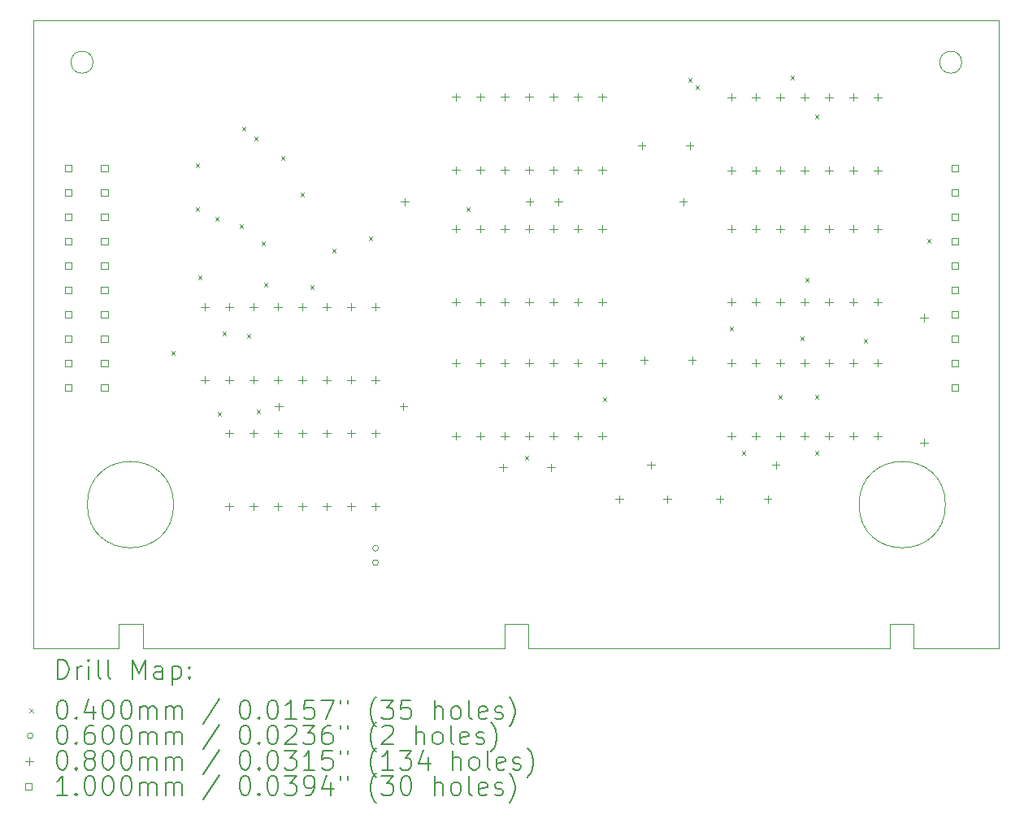
<source format=gbr>
%TF.GenerationSoftware,KiCad,Pcbnew,(6.0.7-1)-1*%
%TF.CreationDate,2022-10-12T18:16:15+11:00*%
%TF.ProjectId,CAT emulator B,43415420-656d-4756-9c61-746f7220422e,rev?*%
%TF.SameCoordinates,Original*%
%TF.FileFunction,Drillmap*%
%TF.FilePolarity,Positive*%
%FSLAX45Y45*%
G04 Gerber Fmt 4.5, Leading zero omitted, Abs format (unit mm)*
G04 Created by KiCad (PCBNEW (6.0.7-1)-1) date 2022-10-12 18:16:15*
%MOMM*%
%LPD*%
G01*
G04 APERTURE LIST*
%ADD10C,0.100000*%
%ADD11C,0.200000*%
%ADD12C,0.040000*%
%ADD13C,0.060000*%
%ADD14C,0.080000*%
G04 APERTURE END LIST*
D10*
X20997600Y-13038000D02*
X20997600Y-12778000D01*
X16462600Y-6928000D02*
G75*
G03*
X16462600Y-6928000I-115000J0D01*
G01*
X20997600Y-12778000D02*
X20747600Y-12778000D01*
X25342600Y-11538000D02*
G75*
G03*
X25342600Y-11538000I-450000J0D01*
G01*
X16732600Y-12778000D02*
X16732600Y-13038000D01*
X25012600Y-12778000D02*
X24762600Y-12778000D01*
X16982600Y-13038000D02*
X16982600Y-12778000D01*
X16982600Y-13038000D02*
X20747600Y-13038000D01*
X20747600Y-12778000D02*
X20747600Y-13038000D01*
X17302600Y-11538000D02*
G75*
G03*
X17302600Y-11538000I-450000J0D01*
G01*
X25012600Y-13038000D02*
X25012600Y-12778000D01*
X16982600Y-12778000D02*
X16732600Y-12778000D01*
X20997600Y-13038000D02*
X24762600Y-13038000D01*
X25902600Y-6488000D02*
X15842600Y-6488000D01*
X15842600Y-6488000D02*
X15842600Y-13038000D01*
X25902600Y-13038000D02*
X25902600Y-6488000D01*
X25512600Y-6928000D02*
G75*
G03*
X25512600Y-6928000I-115000J0D01*
G01*
X24762600Y-12778000D02*
X24762600Y-13038000D01*
X25012600Y-13038000D02*
X25902600Y-13038000D01*
X15842600Y-13038000D02*
X16732600Y-13038000D01*
D11*
D12*
X17277400Y-9936800D02*
X17317400Y-9976800D01*
X17317400Y-9936800D02*
X17277400Y-9976800D01*
X17531400Y-7981000D02*
X17571400Y-8021000D01*
X17571400Y-7981000D02*
X17531400Y-8021000D01*
X17531400Y-8438200D02*
X17571400Y-8478200D01*
X17571400Y-8438200D02*
X17531400Y-8478200D01*
X17556800Y-9149400D02*
X17596800Y-9189400D01*
X17596800Y-9149400D02*
X17556800Y-9189400D01*
X17734600Y-8539800D02*
X17774600Y-8579800D01*
X17774600Y-8539800D02*
X17734600Y-8579800D01*
X17760000Y-10571800D02*
X17800000Y-10611800D01*
X17800000Y-10571800D02*
X17760000Y-10611800D01*
X17810800Y-9733600D02*
X17850800Y-9773600D01*
X17850800Y-9733600D02*
X17810800Y-9773600D01*
X17988600Y-8616000D02*
X18028600Y-8656000D01*
X18028600Y-8616000D02*
X17988600Y-8656000D01*
X18014000Y-7600000D02*
X18054000Y-7640000D01*
X18054000Y-7600000D02*
X18014000Y-7640000D01*
X18064800Y-9759000D02*
X18104800Y-9799000D01*
X18104800Y-9759000D02*
X18064800Y-9799000D01*
X18141000Y-7701600D02*
X18181000Y-7741600D01*
X18181000Y-7701600D02*
X18141000Y-7741600D01*
X18166400Y-10546400D02*
X18206400Y-10586400D01*
X18206400Y-10546400D02*
X18166400Y-10586400D01*
X18217200Y-8793800D02*
X18257200Y-8833800D01*
X18257200Y-8793800D02*
X18217200Y-8833800D01*
X18242600Y-9225600D02*
X18282600Y-9265600D01*
X18282600Y-9225600D02*
X18242600Y-9265600D01*
X18420400Y-7904800D02*
X18460400Y-7944800D01*
X18460400Y-7904800D02*
X18420400Y-7944800D01*
X18623600Y-8285800D02*
X18663600Y-8325800D01*
X18663600Y-8285800D02*
X18623600Y-8325800D01*
X18725200Y-9251000D02*
X18765200Y-9291000D01*
X18765200Y-9251000D02*
X18725200Y-9291000D01*
X18953800Y-8870000D02*
X18993800Y-8910000D01*
X18993800Y-8870000D02*
X18953800Y-8910000D01*
X19334800Y-8743000D02*
X19374800Y-8783000D01*
X19374800Y-8743000D02*
X19334800Y-8783000D01*
X20350800Y-8438200D02*
X20390800Y-8478200D01*
X20390800Y-8438200D02*
X20350800Y-8478200D01*
X20960400Y-11029000D02*
X21000400Y-11069000D01*
X21000400Y-11029000D02*
X20960400Y-11069000D01*
X21773200Y-10419400D02*
X21813200Y-10459400D01*
X21813200Y-10419400D02*
X21773200Y-10459400D01*
X22662200Y-7092000D02*
X22702200Y-7132000D01*
X22702200Y-7092000D02*
X22662200Y-7132000D01*
X22738400Y-7168200D02*
X22778400Y-7208200D01*
X22778400Y-7168200D02*
X22738400Y-7208200D01*
X23094000Y-9682800D02*
X23134000Y-9722800D01*
X23134000Y-9682800D02*
X23094000Y-9722800D01*
X23221000Y-10978200D02*
X23261000Y-11018200D01*
X23261000Y-10978200D02*
X23221000Y-11018200D01*
X23602000Y-10394000D02*
X23642000Y-10434000D01*
X23642000Y-10394000D02*
X23602000Y-10434000D01*
X23729000Y-7066600D02*
X23769000Y-7106600D01*
X23769000Y-7066600D02*
X23729000Y-7106600D01*
X23830600Y-9784400D02*
X23870600Y-9824400D01*
X23870600Y-9784400D02*
X23830600Y-9824400D01*
X23881400Y-9174800D02*
X23921400Y-9214800D01*
X23921400Y-9174800D02*
X23881400Y-9214800D01*
X23983000Y-7473000D02*
X24023000Y-7513000D01*
X24023000Y-7473000D02*
X23983000Y-7513000D01*
X23983000Y-10394000D02*
X24023000Y-10434000D01*
X24023000Y-10394000D02*
X23983000Y-10434000D01*
X23983000Y-10978200D02*
X24023000Y-11018200D01*
X24023000Y-10978200D02*
X23983000Y-11018200D01*
X24491000Y-9809800D02*
X24531000Y-9849800D01*
X24531000Y-9809800D02*
X24491000Y-9849800D01*
X25151400Y-8768400D02*
X25191400Y-8808400D01*
X25191400Y-8768400D02*
X25151400Y-8808400D01*
D13*
X19435600Y-11992740D02*
G75*
G03*
X19435600Y-11992740I-30000J0D01*
G01*
X19435600Y-12142740D02*
G75*
G03*
X19435600Y-12142740I-30000J0D01*
G01*
D14*
X17626100Y-9435700D02*
X17626100Y-9515700D01*
X17586100Y-9475700D02*
X17666100Y-9475700D01*
X17626100Y-10197700D02*
X17626100Y-10277700D01*
X17586100Y-10237700D02*
X17666100Y-10237700D01*
X17880100Y-9435700D02*
X17880100Y-9515700D01*
X17840100Y-9475700D02*
X17920100Y-9475700D01*
X17880100Y-10197700D02*
X17880100Y-10277700D01*
X17840100Y-10237700D02*
X17920100Y-10237700D01*
X17881600Y-10755000D02*
X17881600Y-10835000D01*
X17841600Y-10795000D02*
X17921600Y-10795000D01*
X17881600Y-11517000D02*
X17881600Y-11597000D01*
X17841600Y-11557000D02*
X17921600Y-11557000D01*
X18134100Y-9435700D02*
X18134100Y-9515700D01*
X18094100Y-9475700D02*
X18174100Y-9475700D01*
X18134100Y-10197700D02*
X18134100Y-10277700D01*
X18094100Y-10237700D02*
X18174100Y-10237700D01*
X18135600Y-10755000D02*
X18135600Y-10835000D01*
X18095600Y-10795000D02*
X18175600Y-10795000D01*
X18135600Y-11517000D02*
X18135600Y-11597000D01*
X18095600Y-11557000D02*
X18175600Y-11557000D01*
X18388100Y-9435700D02*
X18388100Y-9515700D01*
X18348100Y-9475700D02*
X18428100Y-9475700D01*
X18388100Y-10197700D02*
X18388100Y-10277700D01*
X18348100Y-10237700D02*
X18428100Y-10237700D01*
X18389600Y-10755000D02*
X18389600Y-10835000D01*
X18349600Y-10795000D02*
X18429600Y-10795000D01*
X18389600Y-11517000D02*
X18389600Y-11597000D01*
X18349600Y-11557000D02*
X18429600Y-11557000D01*
X18396000Y-10475600D02*
X18396000Y-10555600D01*
X18356000Y-10515600D02*
X18436000Y-10515600D01*
X18642100Y-9435700D02*
X18642100Y-9515700D01*
X18602100Y-9475700D02*
X18682100Y-9475700D01*
X18642100Y-10197700D02*
X18642100Y-10277700D01*
X18602100Y-10237700D02*
X18682100Y-10237700D01*
X18643600Y-10755000D02*
X18643600Y-10835000D01*
X18603600Y-10795000D02*
X18683600Y-10795000D01*
X18643600Y-11517000D02*
X18643600Y-11597000D01*
X18603600Y-11557000D02*
X18683600Y-11557000D01*
X18896100Y-9435700D02*
X18896100Y-9515700D01*
X18856100Y-9475700D02*
X18936100Y-9475700D01*
X18896100Y-10197700D02*
X18896100Y-10277700D01*
X18856100Y-10237700D02*
X18936100Y-10237700D01*
X18897600Y-10755000D02*
X18897600Y-10835000D01*
X18857600Y-10795000D02*
X18937600Y-10795000D01*
X18897600Y-11517000D02*
X18897600Y-11597000D01*
X18857600Y-11557000D02*
X18937600Y-11557000D01*
X19150100Y-9435700D02*
X19150100Y-9515700D01*
X19110100Y-9475700D02*
X19190100Y-9475700D01*
X19150100Y-10197700D02*
X19150100Y-10277700D01*
X19110100Y-10237700D02*
X19190100Y-10237700D01*
X19151600Y-10755000D02*
X19151600Y-10835000D01*
X19111600Y-10795000D02*
X19191600Y-10795000D01*
X19151600Y-11517000D02*
X19151600Y-11597000D01*
X19111600Y-11557000D02*
X19191600Y-11557000D01*
X19404100Y-9435700D02*
X19404100Y-9515700D01*
X19364100Y-9475700D02*
X19444100Y-9475700D01*
X19404100Y-10197700D02*
X19404100Y-10277700D01*
X19364100Y-10237700D02*
X19444100Y-10237700D01*
X19405600Y-10755000D02*
X19405600Y-10835000D01*
X19365600Y-10795000D02*
X19445600Y-10795000D01*
X19405600Y-11517000D02*
X19405600Y-11597000D01*
X19365600Y-11557000D02*
X19445600Y-11557000D01*
X19696000Y-10475600D02*
X19696000Y-10555600D01*
X19656000Y-10515600D02*
X19736000Y-10515600D01*
X19710400Y-8342000D02*
X19710400Y-8422000D01*
X19670400Y-8382000D02*
X19750400Y-8382000D01*
X20243800Y-7249800D02*
X20243800Y-7329800D01*
X20203800Y-7289800D02*
X20283800Y-7289800D01*
X20243800Y-8011800D02*
X20243800Y-8091800D01*
X20203800Y-8051800D02*
X20283800Y-8051800D01*
X20244300Y-8622900D02*
X20244300Y-8702900D01*
X20204300Y-8662900D02*
X20284300Y-8662900D01*
X20244300Y-9384900D02*
X20244300Y-9464900D01*
X20204300Y-9424900D02*
X20284300Y-9424900D01*
X20244300Y-10019900D02*
X20244300Y-10099900D01*
X20204300Y-10059900D02*
X20284300Y-10059900D01*
X20244300Y-10781900D02*
X20244300Y-10861900D01*
X20204300Y-10821900D02*
X20284300Y-10821900D01*
X20497800Y-7249800D02*
X20497800Y-7329800D01*
X20457800Y-7289800D02*
X20537800Y-7289800D01*
X20497800Y-8011800D02*
X20497800Y-8091800D01*
X20457800Y-8051800D02*
X20537800Y-8051800D01*
X20498300Y-8622900D02*
X20498300Y-8702900D01*
X20458300Y-8662900D02*
X20538300Y-8662900D01*
X20498300Y-9384900D02*
X20498300Y-9464900D01*
X20458300Y-9424900D02*
X20538300Y-9424900D01*
X20498300Y-10019900D02*
X20498300Y-10099900D01*
X20458300Y-10059900D02*
X20538300Y-10059900D01*
X20498300Y-10781900D02*
X20498300Y-10861900D01*
X20458300Y-10821900D02*
X20538300Y-10821900D01*
X20734400Y-11110600D02*
X20734400Y-11190600D01*
X20694400Y-11150600D02*
X20774400Y-11150600D01*
X20751800Y-7249800D02*
X20751800Y-7329800D01*
X20711800Y-7289800D02*
X20791800Y-7289800D01*
X20751800Y-8011800D02*
X20751800Y-8091800D01*
X20711800Y-8051800D02*
X20791800Y-8051800D01*
X20752300Y-8622900D02*
X20752300Y-8702900D01*
X20712300Y-8662900D02*
X20792300Y-8662900D01*
X20752300Y-9384900D02*
X20752300Y-9464900D01*
X20712300Y-9424900D02*
X20792300Y-9424900D01*
X20752300Y-10019900D02*
X20752300Y-10099900D01*
X20712300Y-10059900D02*
X20792300Y-10059900D01*
X20752300Y-10781900D02*
X20752300Y-10861900D01*
X20712300Y-10821900D02*
X20792300Y-10821900D01*
X21005800Y-7249800D02*
X21005800Y-7329800D01*
X20965800Y-7289800D02*
X21045800Y-7289800D01*
X21005800Y-8011800D02*
X21005800Y-8091800D01*
X20965800Y-8051800D02*
X21045800Y-8051800D01*
X21006300Y-8622900D02*
X21006300Y-8702900D01*
X20966300Y-8662900D02*
X21046300Y-8662900D01*
X21006300Y-9384900D02*
X21006300Y-9464900D01*
X20966300Y-9424900D02*
X21046300Y-9424900D01*
X21006300Y-10019900D02*
X21006300Y-10099900D01*
X20966300Y-10059900D02*
X21046300Y-10059900D01*
X21006300Y-10781900D02*
X21006300Y-10861900D01*
X20966300Y-10821900D02*
X21046300Y-10821900D01*
X21010400Y-8342000D02*
X21010400Y-8422000D01*
X20970400Y-8382000D02*
X21050400Y-8382000D01*
X21234400Y-11110600D02*
X21234400Y-11190600D01*
X21194400Y-11150600D02*
X21274400Y-11150600D01*
X21259800Y-7249800D02*
X21259800Y-7329800D01*
X21219800Y-7289800D02*
X21299800Y-7289800D01*
X21259800Y-8011800D02*
X21259800Y-8091800D01*
X21219800Y-8051800D02*
X21299800Y-8051800D01*
X21260300Y-8622900D02*
X21260300Y-8702900D01*
X21220300Y-8662900D02*
X21300300Y-8662900D01*
X21260300Y-9384900D02*
X21260300Y-9464900D01*
X21220300Y-9424900D02*
X21300300Y-9424900D01*
X21260300Y-10019900D02*
X21260300Y-10099900D01*
X21220300Y-10059900D02*
X21300300Y-10059900D01*
X21260300Y-10781900D02*
X21260300Y-10861900D01*
X21220300Y-10821900D02*
X21300300Y-10821900D01*
X21310600Y-8342000D02*
X21310600Y-8422000D01*
X21270600Y-8382000D02*
X21350600Y-8382000D01*
X21513800Y-7249800D02*
X21513800Y-7329800D01*
X21473800Y-7289800D02*
X21553800Y-7289800D01*
X21513800Y-8011800D02*
X21513800Y-8091800D01*
X21473800Y-8051800D02*
X21553800Y-8051800D01*
X21514300Y-8622900D02*
X21514300Y-8702900D01*
X21474300Y-8662900D02*
X21554300Y-8662900D01*
X21514300Y-9384900D02*
X21514300Y-9464900D01*
X21474300Y-9424900D02*
X21554300Y-9424900D01*
X21514300Y-10019900D02*
X21514300Y-10099900D01*
X21474300Y-10059900D02*
X21554300Y-10059900D01*
X21514300Y-10781900D02*
X21514300Y-10861900D01*
X21474300Y-10821900D02*
X21554300Y-10821900D01*
X21767800Y-7249800D02*
X21767800Y-7329800D01*
X21727800Y-7289800D02*
X21807800Y-7289800D01*
X21767800Y-8011800D02*
X21767800Y-8091800D01*
X21727800Y-8051800D02*
X21807800Y-8051800D01*
X21768300Y-8622900D02*
X21768300Y-8702900D01*
X21728300Y-8662900D02*
X21808300Y-8662900D01*
X21768300Y-9384900D02*
X21768300Y-9464900D01*
X21728300Y-9424900D02*
X21808300Y-9424900D01*
X21768300Y-10019900D02*
X21768300Y-10099900D01*
X21728300Y-10059900D02*
X21808300Y-10059900D01*
X21768300Y-10781900D02*
X21768300Y-10861900D01*
X21728300Y-10821900D02*
X21808300Y-10821900D01*
X21945600Y-11440800D02*
X21945600Y-11520800D01*
X21905600Y-11480800D02*
X21985600Y-11480800D01*
X22178200Y-7757800D02*
X22178200Y-7837800D01*
X22138200Y-7797800D02*
X22218200Y-7797800D01*
X22203600Y-9993000D02*
X22203600Y-10073000D01*
X22163600Y-10033000D02*
X22243600Y-10033000D01*
X22275800Y-11085200D02*
X22275800Y-11165200D01*
X22235800Y-11125200D02*
X22315800Y-11125200D01*
X22445600Y-11440800D02*
X22445600Y-11520800D01*
X22405600Y-11480800D02*
X22485600Y-11480800D01*
X22610600Y-8342000D02*
X22610600Y-8422000D01*
X22570600Y-8382000D02*
X22650600Y-8382000D01*
X22678200Y-7757800D02*
X22678200Y-7837800D01*
X22638200Y-7797800D02*
X22718200Y-7797800D01*
X22703600Y-9993000D02*
X22703600Y-10073000D01*
X22663600Y-10033000D02*
X22743600Y-10033000D01*
X22991000Y-11440800D02*
X22991000Y-11520800D01*
X22951000Y-11480800D02*
X23031000Y-11480800D01*
X23114500Y-7251300D02*
X23114500Y-7331300D01*
X23074500Y-7291300D02*
X23154500Y-7291300D01*
X23114500Y-8013300D02*
X23114500Y-8093300D01*
X23074500Y-8053300D02*
X23154500Y-8053300D01*
X23114500Y-8622900D02*
X23114500Y-8702900D01*
X23074500Y-8662900D02*
X23154500Y-8662900D01*
X23114500Y-9384900D02*
X23114500Y-9464900D01*
X23074500Y-9424900D02*
X23154500Y-9424900D01*
X23114500Y-10019900D02*
X23114500Y-10099900D01*
X23074500Y-10059900D02*
X23154500Y-10059900D01*
X23114500Y-10781900D02*
X23114500Y-10861900D01*
X23074500Y-10821900D02*
X23154500Y-10821900D01*
X23368500Y-7251300D02*
X23368500Y-7331300D01*
X23328500Y-7291300D02*
X23408500Y-7291300D01*
X23368500Y-8013300D02*
X23368500Y-8093300D01*
X23328500Y-8053300D02*
X23408500Y-8053300D01*
X23368500Y-8622900D02*
X23368500Y-8702900D01*
X23328500Y-8662900D02*
X23408500Y-8662900D01*
X23368500Y-9384900D02*
X23368500Y-9464900D01*
X23328500Y-9424900D02*
X23408500Y-9424900D01*
X23368500Y-10019900D02*
X23368500Y-10099900D01*
X23328500Y-10059900D02*
X23408500Y-10059900D01*
X23368500Y-10781900D02*
X23368500Y-10861900D01*
X23328500Y-10821900D02*
X23408500Y-10821900D01*
X23491000Y-11440800D02*
X23491000Y-11520800D01*
X23451000Y-11480800D02*
X23531000Y-11480800D01*
X23575800Y-11085200D02*
X23575800Y-11165200D01*
X23535800Y-11125200D02*
X23615800Y-11125200D01*
X23622500Y-7251300D02*
X23622500Y-7331300D01*
X23582500Y-7291300D02*
X23662500Y-7291300D01*
X23622500Y-8013300D02*
X23622500Y-8093300D01*
X23582500Y-8053300D02*
X23662500Y-8053300D01*
X23622500Y-8622900D02*
X23622500Y-8702900D01*
X23582500Y-8662900D02*
X23662500Y-8662900D01*
X23622500Y-9384900D02*
X23622500Y-9464900D01*
X23582500Y-9424900D02*
X23662500Y-9424900D01*
X23622500Y-10019900D02*
X23622500Y-10099900D01*
X23582500Y-10059900D02*
X23662500Y-10059900D01*
X23622500Y-10781900D02*
X23622500Y-10861900D01*
X23582500Y-10821900D02*
X23662500Y-10821900D01*
X23876500Y-7251300D02*
X23876500Y-7331300D01*
X23836500Y-7291300D02*
X23916500Y-7291300D01*
X23876500Y-8013300D02*
X23876500Y-8093300D01*
X23836500Y-8053300D02*
X23916500Y-8053300D01*
X23876500Y-8622900D02*
X23876500Y-8702900D01*
X23836500Y-8662900D02*
X23916500Y-8662900D01*
X23876500Y-9384900D02*
X23876500Y-9464900D01*
X23836500Y-9424900D02*
X23916500Y-9424900D01*
X23876500Y-10019900D02*
X23876500Y-10099900D01*
X23836500Y-10059900D02*
X23916500Y-10059900D01*
X23876500Y-10781900D02*
X23876500Y-10861900D01*
X23836500Y-10821900D02*
X23916500Y-10821900D01*
X24130500Y-7251300D02*
X24130500Y-7331300D01*
X24090500Y-7291300D02*
X24170500Y-7291300D01*
X24130500Y-8013300D02*
X24130500Y-8093300D01*
X24090500Y-8053300D02*
X24170500Y-8053300D01*
X24130500Y-8622900D02*
X24130500Y-8702900D01*
X24090500Y-8662900D02*
X24170500Y-8662900D01*
X24130500Y-9384900D02*
X24130500Y-9464900D01*
X24090500Y-9424900D02*
X24170500Y-9424900D01*
X24130500Y-10019900D02*
X24130500Y-10099900D01*
X24090500Y-10059900D02*
X24170500Y-10059900D01*
X24130500Y-10781900D02*
X24130500Y-10861900D01*
X24090500Y-10821900D02*
X24170500Y-10821900D01*
X24384500Y-7251300D02*
X24384500Y-7331300D01*
X24344500Y-7291300D02*
X24424500Y-7291300D01*
X24384500Y-8013300D02*
X24384500Y-8093300D01*
X24344500Y-8053300D02*
X24424500Y-8053300D01*
X24384500Y-8622900D02*
X24384500Y-8702900D01*
X24344500Y-8662900D02*
X24424500Y-8662900D01*
X24384500Y-9384900D02*
X24384500Y-9464900D01*
X24344500Y-9424900D02*
X24424500Y-9424900D01*
X24384500Y-10019900D02*
X24384500Y-10099900D01*
X24344500Y-10059900D02*
X24424500Y-10059900D01*
X24384500Y-10781900D02*
X24384500Y-10861900D01*
X24344500Y-10821900D02*
X24424500Y-10821900D01*
X24638500Y-7251300D02*
X24638500Y-7331300D01*
X24598500Y-7291300D02*
X24678500Y-7291300D01*
X24638500Y-8013300D02*
X24638500Y-8093300D01*
X24598500Y-8053300D02*
X24678500Y-8053300D01*
X24638500Y-8622900D02*
X24638500Y-8702900D01*
X24598500Y-8662900D02*
X24678500Y-8662900D01*
X24638500Y-9384900D02*
X24638500Y-9464900D01*
X24598500Y-9424900D02*
X24678500Y-9424900D01*
X24638500Y-10019900D02*
X24638500Y-10099900D01*
X24598500Y-10059900D02*
X24678500Y-10059900D01*
X24638500Y-10781900D02*
X24638500Y-10861900D01*
X24598500Y-10821900D02*
X24678500Y-10821900D01*
X25120600Y-9550200D02*
X25120600Y-9630200D01*
X25080600Y-9590200D02*
X25160600Y-9590200D01*
X25120600Y-10850200D02*
X25120600Y-10930200D01*
X25080600Y-10890200D02*
X25160600Y-10890200D01*
D10*
X16237956Y-8067356D02*
X16237956Y-7996644D01*
X16167244Y-7996644D01*
X16167244Y-8067356D01*
X16237956Y-8067356D01*
X16237956Y-8321356D02*
X16237956Y-8250644D01*
X16167244Y-8250644D01*
X16167244Y-8321356D01*
X16237956Y-8321356D01*
X16237956Y-8575356D02*
X16237956Y-8504644D01*
X16167244Y-8504644D01*
X16167244Y-8575356D01*
X16237956Y-8575356D01*
X16237956Y-8829356D02*
X16237956Y-8758644D01*
X16167244Y-8758644D01*
X16167244Y-8829356D01*
X16237956Y-8829356D01*
X16237956Y-9083356D02*
X16237956Y-9012644D01*
X16167244Y-9012644D01*
X16167244Y-9083356D01*
X16237956Y-9083356D01*
X16237956Y-9337356D02*
X16237956Y-9266644D01*
X16167244Y-9266644D01*
X16167244Y-9337356D01*
X16237956Y-9337356D01*
X16237956Y-9591356D02*
X16237956Y-9520644D01*
X16167244Y-9520644D01*
X16167244Y-9591356D01*
X16237956Y-9591356D01*
X16237956Y-9845356D02*
X16237956Y-9774644D01*
X16167244Y-9774644D01*
X16167244Y-9845356D01*
X16237956Y-9845356D01*
X16237956Y-10099356D02*
X16237956Y-10028644D01*
X16167244Y-10028644D01*
X16167244Y-10099356D01*
X16237956Y-10099356D01*
X16237956Y-10353356D02*
X16237956Y-10282644D01*
X16167244Y-10282644D01*
X16167244Y-10353356D01*
X16237956Y-10353356D01*
X16617956Y-8067356D02*
X16617956Y-7996644D01*
X16547244Y-7996644D01*
X16547244Y-8067356D01*
X16617956Y-8067356D01*
X16617956Y-8321356D02*
X16617956Y-8250644D01*
X16547244Y-8250644D01*
X16547244Y-8321356D01*
X16617956Y-8321356D01*
X16617956Y-8575356D02*
X16617956Y-8504644D01*
X16547244Y-8504644D01*
X16547244Y-8575356D01*
X16617956Y-8575356D01*
X16617956Y-8829356D02*
X16617956Y-8758644D01*
X16547244Y-8758644D01*
X16547244Y-8829356D01*
X16617956Y-8829356D01*
X16617956Y-9083356D02*
X16617956Y-9012644D01*
X16547244Y-9012644D01*
X16547244Y-9083356D01*
X16617956Y-9083356D01*
X16617956Y-9337356D02*
X16617956Y-9266644D01*
X16547244Y-9266644D01*
X16547244Y-9337356D01*
X16617956Y-9337356D01*
X16617956Y-9591356D02*
X16617956Y-9520644D01*
X16547244Y-9520644D01*
X16547244Y-9591356D01*
X16617956Y-9591356D01*
X16617956Y-9845356D02*
X16617956Y-9774644D01*
X16547244Y-9774644D01*
X16547244Y-9845356D01*
X16617956Y-9845356D01*
X16617956Y-10099356D02*
X16617956Y-10028644D01*
X16547244Y-10028644D01*
X16547244Y-10099356D01*
X16617956Y-10099356D01*
X16617956Y-10353356D02*
X16617956Y-10282644D01*
X16547244Y-10282644D01*
X16547244Y-10353356D01*
X16617956Y-10353356D01*
X25477956Y-8067356D02*
X25477956Y-7996644D01*
X25407244Y-7996644D01*
X25407244Y-8067356D01*
X25477956Y-8067356D01*
X25477956Y-8321356D02*
X25477956Y-8250644D01*
X25407244Y-8250644D01*
X25407244Y-8321356D01*
X25477956Y-8321356D01*
X25477956Y-8575356D02*
X25477956Y-8504644D01*
X25407244Y-8504644D01*
X25407244Y-8575356D01*
X25477956Y-8575356D01*
X25477956Y-8829356D02*
X25477956Y-8758644D01*
X25407244Y-8758644D01*
X25407244Y-8829356D01*
X25477956Y-8829356D01*
X25477956Y-9083356D02*
X25477956Y-9012644D01*
X25407244Y-9012644D01*
X25407244Y-9083356D01*
X25477956Y-9083356D01*
X25477956Y-9337356D02*
X25477956Y-9266644D01*
X25407244Y-9266644D01*
X25407244Y-9337356D01*
X25477956Y-9337356D01*
X25477956Y-9591356D02*
X25477956Y-9520644D01*
X25407244Y-9520644D01*
X25407244Y-9591356D01*
X25477956Y-9591356D01*
X25477956Y-9845356D02*
X25477956Y-9774644D01*
X25407244Y-9774644D01*
X25407244Y-9845356D01*
X25477956Y-9845356D01*
X25477956Y-10099356D02*
X25477956Y-10028644D01*
X25407244Y-10028644D01*
X25407244Y-10099356D01*
X25477956Y-10099356D01*
X25477956Y-10353356D02*
X25477956Y-10282644D01*
X25407244Y-10282644D01*
X25407244Y-10353356D01*
X25477956Y-10353356D01*
D11*
X16095219Y-13353476D02*
X16095219Y-13153476D01*
X16142838Y-13153476D01*
X16171409Y-13163000D01*
X16190457Y-13182048D01*
X16199981Y-13201095D01*
X16209505Y-13239190D01*
X16209505Y-13267762D01*
X16199981Y-13305857D01*
X16190457Y-13324905D01*
X16171409Y-13343952D01*
X16142838Y-13353476D01*
X16095219Y-13353476D01*
X16295219Y-13353476D02*
X16295219Y-13220143D01*
X16295219Y-13258238D02*
X16304743Y-13239190D01*
X16314267Y-13229667D01*
X16333314Y-13220143D01*
X16352362Y-13220143D01*
X16419028Y-13353476D02*
X16419028Y-13220143D01*
X16419028Y-13153476D02*
X16409505Y-13163000D01*
X16419028Y-13172524D01*
X16428552Y-13163000D01*
X16419028Y-13153476D01*
X16419028Y-13172524D01*
X16542838Y-13353476D02*
X16523790Y-13343952D01*
X16514267Y-13324905D01*
X16514267Y-13153476D01*
X16647600Y-13353476D02*
X16628552Y-13343952D01*
X16619028Y-13324905D01*
X16619028Y-13153476D01*
X16876171Y-13353476D02*
X16876171Y-13153476D01*
X16942838Y-13296333D01*
X17009505Y-13153476D01*
X17009505Y-13353476D01*
X17190457Y-13353476D02*
X17190457Y-13248714D01*
X17180933Y-13229667D01*
X17161886Y-13220143D01*
X17123790Y-13220143D01*
X17104743Y-13229667D01*
X17190457Y-13343952D02*
X17171410Y-13353476D01*
X17123790Y-13353476D01*
X17104743Y-13343952D01*
X17095219Y-13324905D01*
X17095219Y-13305857D01*
X17104743Y-13286809D01*
X17123790Y-13277286D01*
X17171410Y-13277286D01*
X17190457Y-13267762D01*
X17285695Y-13220143D02*
X17285695Y-13420143D01*
X17285695Y-13229667D02*
X17304743Y-13220143D01*
X17342838Y-13220143D01*
X17361886Y-13229667D01*
X17371410Y-13239190D01*
X17380933Y-13258238D01*
X17380933Y-13315381D01*
X17371410Y-13334428D01*
X17361886Y-13343952D01*
X17342838Y-13353476D01*
X17304743Y-13353476D01*
X17285695Y-13343952D01*
X17466648Y-13334428D02*
X17476171Y-13343952D01*
X17466648Y-13353476D01*
X17457124Y-13343952D01*
X17466648Y-13334428D01*
X17466648Y-13353476D01*
X17466648Y-13229667D02*
X17476171Y-13239190D01*
X17466648Y-13248714D01*
X17457124Y-13239190D01*
X17466648Y-13229667D01*
X17466648Y-13248714D01*
D12*
X15797600Y-13663000D02*
X15837600Y-13703000D01*
X15837600Y-13663000D02*
X15797600Y-13703000D01*
D11*
X16133314Y-13573476D02*
X16152362Y-13573476D01*
X16171409Y-13583000D01*
X16180933Y-13592524D01*
X16190457Y-13611571D01*
X16199981Y-13649667D01*
X16199981Y-13697286D01*
X16190457Y-13735381D01*
X16180933Y-13754428D01*
X16171409Y-13763952D01*
X16152362Y-13773476D01*
X16133314Y-13773476D01*
X16114267Y-13763952D01*
X16104743Y-13754428D01*
X16095219Y-13735381D01*
X16085695Y-13697286D01*
X16085695Y-13649667D01*
X16095219Y-13611571D01*
X16104743Y-13592524D01*
X16114267Y-13583000D01*
X16133314Y-13573476D01*
X16285695Y-13754428D02*
X16295219Y-13763952D01*
X16285695Y-13773476D01*
X16276171Y-13763952D01*
X16285695Y-13754428D01*
X16285695Y-13773476D01*
X16466648Y-13640143D02*
X16466648Y-13773476D01*
X16419028Y-13563952D02*
X16371409Y-13706809D01*
X16495219Y-13706809D01*
X16609505Y-13573476D02*
X16628552Y-13573476D01*
X16647600Y-13583000D01*
X16657124Y-13592524D01*
X16666648Y-13611571D01*
X16676171Y-13649667D01*
X16676171Y-13697286D01*
X16666648Y-13735381D01*
X16657124Y-13754428D01*
X16647600Y-13763952D01*
X16628552Y-13773476D01*
X16609505Y-13773476D01*
X16590457Y-13763952D01*
X16580933Y-13754428D01*
X16571409Y-13735381D01*
X16561886Y-13697286D01*
X16561886Y-13649667D01*
X16571409Y-13611571D01*
X16580933Y-13592524D01*
X16590457Y-13583000D01*
X16609505Y-13573476D01*
X16799981Y-13573476D02*
X16819029Y-13573476D01*
X16838076Y-13583000D01*
X16847600Y-13592524D01*
X16857124Y-13611571D01*
X16866648Y-13649667D01*
X16866648Y-13697286D01*
X16857124Y-13735381D01*
X16847600Y-13754428D01*
X16838076Y-13763952D01*
X16819029Y-13773476D01*
X16799981Y-13773476D01*
X16780933Y-13763952D01*
X16771409Y-13754428D01*
X16761886Y-13735381D01*
X16752362Y-13697286D01*
X16752362Y-13649667D01*
X16761886Y-13611571D01*
X16771409Y-13592524D01*
X16780933Y-13583000D01*
X16799981Y-13573476D01*
X16952362Y-13773476D02*
X16952362Y-13640143D01*
X16952362Y-13659190D02*
X16961886Y-13649667D01*
X16980933Y-13640143D01*
X17009505Y-13640143D01*
X17028552Y-13649667D01*
X17038076Y-13668714D01*
X17038076Y-13773476D01*
X17038076Y-13668714D02*
X17047600Y-13649667D01*
X17066648Y-13640143D01*
X17095219Y-13640143D01*
X17114267Y-13649667D01*
X17123790Y-13668714D01*
X17123790Y-13773476D01*
X17219029Y-13773476D02*
X17219029Y-13640143D01*
X17219029Y-13659190D02*
X17228552Y-13649667D01*
X17247600Y-13640143D01*
X17276171Y-13640143D01*
X17295219Y-13649667D01*
X17304743Y-13668714D01*
X17304743Y-13773476D01*
X17304743Y-13668714D02*
X17314267Y-13649667D01*
X17333314Y-13640143D01*
X17361886Y-13640143D01*
X17380933Y-13649667D01*
X17390457Y-13668714D01*
X17390457Y-13773476D01*
X17780933Y-13563952D02*
X17609505Y-13821095D01*
X18038076Y-13573476D02*
X18057124Y-13573476D01*
X18076171Y-13583000D01*
X18085695Y-13592524D01*
X18095219Y-13611571D01*
X18104743Y-13649667D01*
X18104743Y-13697286D01*
X18095219Y-13735381D01*
X18085695Y-13754428D01*
X18076171Y-13763952D01*
X18057124Y-13773476D01*
X18038076Y-13773476D01*
X18019029Y-13763952D01*
X18009505Y-13754428D01*
X17999981Y-13735381D01*
X17990457Y-13697286D01*
X17990457Y-13649667D01*
X17999981Y-13611571D01*
X18009505Y-13592524D01*
X18019029Y-13583000D01*
X18038076Y-13573476D01*
X18190457Y-13754428D02*
X18199981Y-13763952D01*
X18190457Y-13773476D01*
X18180933Y-13763952D01*
X18190457Y-13754428D01*
X18190457Y-13773476D01*
X18323790Y-13573476D02*
X18342838Y-13573476D01*
X18361886Y-13583000D01*
X18371410Y-13592524D01*
X18380933Y-13611571D01*
X18390457Y-13649667D01*
X18390457Y-13697286D01*
X18380933Y-13735381D01*
X18371410Y-13754428D01*
X18361886Y-13763952D01*
X18342838Y-13773476D01*
X18323790Y-13773476D01*
X18304743Y-13763952D01*
X18295219Y-13754428D01*
X18285695Y-13735381D01*
X18276171Y-13697286D01*
X18276171Y-13649667D01*
X18285695Y-13611571D01*
X18295219Y-13592524D01*
X18304743Y-13583000D01*
X18323790Y-13573476D01*
X18580933Y-13773476D02*
X18466648Y-13773476D01*
X18523790Y-13773476D02*
X18523790Y-13573476D01*
X18504743Y-13602048D01*
X18485695Y-13621095D01*
X18466648Y-13630619D01*
X18761886Y-13573476D02*
X18666648Y-13573476D01*
X18657124Y-13668714D01*
X18666648Y-13659190D01*
X18685695Y-13649667D01*
X18733314Y-13649667D01*
X18752362Y-13659190D01*
X18761886Y-13668714D01*
X18771410Y-13687762D01*
X18771410Y-13735381D01*
X18761886Y-13754428D01*
X18752362Y-13763952D01*
X18733314Y-13773476D01*
X18685695Y-13773476D01*
X18666648Y-13763952D01*
X18657124Y-13754428D01*
X18838076Y-13573476D02*
X18971410Y-13573476D01*
X18885695Y-13773476D01*
X19038076Y-13573476D02*
X19038076Y-13611571D01*
X19114267Y-13573476D02*
X19114267Y-13611571D01*
X19409505Y-13849667D02*
X19399981Y-13840143D01*
X19380933Y-13811571D01*
X19371410Y-13792524D01*
X19361886Y-13763952D01*
X19352362Y-13716333D01*
X19352362Y-13678238D01*
X19361886Y-13630619D01*
X19371410Y-13602048D01*
X19380933Y-13583000D01*
X19399981Y-13554428D01*
X19409505Y-13544905D01*
X19466648Y-13573476D02*
X19590457Y-13573476D01*
X19523790Y-13649667D01*
X19552362Y-13649667D01*
X19571410Y-13659190D01*
X19580933Y-13668714D01*
X19590457Y-13687762D01*
X19590457Y-13735381D01*
X19580933Y-13754428D01*
X19571410Y-13763952D01*
X19552362Y-13773476D01*
X19495219Y-13773476D01*
X19476171Y-13763952D01*
X19466648Y-13754428D01*
X19771410Y-13573476D02*
X19676171Y-13573476D01*
X19666648Y-13668714D01*
X19676171Y-13659190D01*
X19695219Y-13649667D01*
X19742838Y-13649667D01*
X19761886Y-13659190D01*
X19771410Y-13668714D01*
X19780933Y-13687762D01*
X19780933Y-13735381D01*
X19771410Y-13754428D01*
X19761886Y-13763952D01*
X19742838Y-13773476D01*
X19695219Y-13773476D01*
X19676171Y-13763952D01*
X19666648Y-13754428D01*
X20019029Y-13773476D02*
X20019029Y-13573476D01*
X20104743Y-13773476D02*
X20104743Y-13668714D01*
X20095219Y-13649667D01*
X20076171Y-13640143D01*
X20047600Y-13640143D01*
X20028552Y-13649667D01*
X20019029Y-13659190D01*
X20228552Y-13773476D02*
X20209505Y-13763952D01*
X20199981Y-13754428D01*
X20190457Y-13735381D01*
X20190457Y-13678238D01*
X20199981Y-13659190D01*
X20209505Y-13649667D01*
X20228552Y-13640143D01*
X20257124Y-13640143D01*
X20276171Y-13649667D01*
X20285695Y-13659190D01*
X20295219Y-13678238D01*
X20295219Y-13735381D01*
X20285695Y-13754428D01*
X20276171Y-13763952D01*
X20257124Y-13773476D01*
X20228552Y-13773476D01*
X20409505Y-13773476D02*
X20390457Y-13763952D01*
X20380933Y-13744905D01*
X20380933Y-13573476D01*
X20561886Y-13763952D02*
X20542838Y-13773476D01*
X20504743Y-13773476D01*
X20485695Y-13763952D01*
X20476171Y-13744905D01*
X20476171Y-13668714D01*
X20485695Y-13649667D01*
X20504743Y-13640143D01*
X20542838Y-13640143D01*
X20561886Y-13649667D01*
X20571410Y-13668714D01*
X20571410Y-13687762D01*
X20476171Y-13706809D01*
X20647600Y-13763952D02*
X20666648Y-13773476D01*
X20704743Y-13773476D01*
X20723790Y-13763952D01*
X20733314Y-13744905D01*
X20733314Y-13735381D01*
X20723790Y-13716333D01*
X20704743Y-13706809D01*
X20676171Y-13706809D01*
X20657124Y-13697286D01*
X20647600Y-13678238D01*
X20647600Y-13668714D01*
X20657124Y-13649667D01*
X20676171Y-13640143D01*
X20704743Y-13640143D01*
X20723790Y-13649667D01*
X20799981Y-13849667D02*
X20809505Y-13840143D01*
X20828552Y-13811571D01*
X20838076Y-13792524D01*
X20847600Y-13763952D01*
X20857124Y-13716333D01*
X20857124Y-13678238D01*
X20847600Y-13630619D01*
X20838076Y-13602048D01*
X20828552Y-13583000D01*
X20809505Y-13554428D01*
X20799981Y-13544905D01*
D13*
X15837600Y-13947000D02*
G75*
G03*
X15837600Y-13947000I-30000J0D01*
G01*
D11*
X16133314Y-13837476D02*
X16152362Y-13837476D01*
X16171409Y-13847000D01*
X16180933Y-13856524D01*
X16190457Y-13875571D01*
X16199981Y-13913667D01*
X16199981Y-13961286D01*
X16190457Y-13999381D01*
X16180933Y-14018428D01*
X16171409Y-14027952D01*
X16152362Y-14037476D01*
X16133314Y-14037476D01*
X16114267Y-14027952D01*
X16104743Y-14018428D01*
X16095219Y-13999381D01*
X16085695Y-13961286D01*
X16085695Y-13913667D01*
X16095219Y-13875571D01*
X16104743Y-13856524D01*
X16114267Y-13847000D01*
X16133314Y-13837476D01*
X16285695Y-14018428D02*
X16295219Y-14027952D01*
X16285695Y-14037476D01*
X16276171Y-14027952D01*
X16285695Y-14018428D01*
X16285695Y-14037476D01*
X16466648Y-13837476D02*
X16428552Y-13837476D01*
X16409505Y-13847000D01*
X16399981Y-13856524D01*
X16380933Y-13885095D01*
X16371409Y-13923190D01*
X16371409Y-13999381D01*
X16380933Y-14018428D01*
X16390457Y-14027952D01*
X16409505Y-14037476D01*
X16447600Y-14037476D01*
X16466648Y-14027952D01*
X16476171Y-14018428D01*
X16485695Y-13999381D01*
X16485695Y-13951762D01*
X16476171Y-13932714D01*
X16466648Y-13923190D01*
X16447600Y-13913667D01*
X16409505Y-13913667D01*
X16390457Y-13923190D01*
X16380933Y-13932714D01*
X16371409Y-13951762D01*
X16609505Y-13837476D02*
X16628552Y-13837476D01*
X16647600Y-13847000D01*
X16657124Y-13856524D01*
X16666648Y-13875571D01*
X16676171Y-13913667D01*
X16676171Y-13961286D01*
X16666648Y-13999381D01*
X16657124Y-14018428D01*
X16647600Y-14027952D01*
X16628552Y-14037476D01*
X16609505Y-14037476D01*
X16590457Y-14027952D01*
X16580933Y-14018428D01*
X16571409Y-13999381D01*
X16561886Y-13961286D01*
X16561886Y-13913667D01*
X16571409Y-13875571D01*
X16580933Y-13856524D01*
X16590457Y-13847000D01*
X16609505Y-13837476D01*
X16799981Y-13837476D02*
X16819029Y-13837476D01*
X16838076Y-13847000D01*
X16847600Y-13856524D01*
X16857124Y-13875571D01*
X16866648Y-13913667D01*
X16866648Y-13961286D01*
X16857124Y-13999381D01*
X16847600Y-14018428D01*
X16838076Y-14027952D01*
X16819029Y-14037476D01*
X16799981Y-14037476D01*
X16780933Y-14027952D01*
X16771409Y-14018428D01*
X16761886Y-13999381D01*
X16752362Y-13961286D01*
X16752362Y-13913667D01*
X16761886Y-13875571D01*
X16771409Y-13856524D01*
X16780933Y-13847000D01*
X16799981Y-13837476D01*
X16952362Y-14037476D02*
X16952362Y-13904143D01*
X16952362Y-13923190D02*
X16961886Y-13913667D01*
X16980933Y-13904143D01*
X17009505Y-13904143D01*
X17028552Y-13913667D01*
X17038076Y-13932714D01*
X17038076Y-14037476D01*
X17038076Y-13932714D02*
X17047600Y-13913667D01*
X17066648Y-13904143D01*
X17095219Y-13904143D01*
X17114267Y-13913667D01*
X17123790Y-13932714D01*
X17123790Y-14037476D01*
X17219029Y-14037476D02*
X17219029Y-13904143D01*
X17219029Y-13923190D02*
X17228552Y-13913667D01*
X17247600Y-13904143D01*
X17276171Y-13904143D01*
X17295219Y-13913667D01*
X17304743Y-13932714D01*
X17304743Y-14037476D01*
X17304743Y-13932714D02*
X17314267Y-13913667D01*
X17333314Y-13904143D01*
X17361886Y-13904143D01*
X17380933Y-13913667D01*
X17390457Y-13932714D01*
X17390457Y-14037476D01*
X17780933Y-13827952D02*
X17609505Y-14085095D01*
X18038076Y-13837476D02*
X18057124Y-13837476D01*
X18076171Y-13847000D01*
X18085695Y-13856524D01*
X18095219Y-13875571D01*
X18104743Y-13913667D01*
X18104743Y-13961286D01*
X18095219Y-13999381D01*
X18085695Y-14018428D01*
X18076171Y-14027952D01*
X18057124Y-14037476D01*
X18038076Y-14037476D01*
X18019029Y-14027952D01*
X18009505Y-14018428D01*
X17999981Y-13999381D01*
X17990457Y-13961286D01*
X17990457Y-13913667D01*
X17999981Y-13875571D01*
X18009505Y-13856524D01*
X18019029Y-13847000D01*
X18038076Y-13837476D01*
X18190457Y-14018428D02*
X18199981Y-14027952D01*
X18190457Y-14037476D01*
X18180933Y-14027952D01*
X18190457Y-14018428D01*
X18190457Y-14037476D01*
X18323790Y-13837476D02*
X18342838Y-13837476D01*
X18361886Y-13847000D01*
X18371410Y-13856524D01*
X18380933Y-13875571D01*
X18390457Y-13913667D01*
X18390457Y-13961286D01*
X18380933Y-13999381D01*
X18371410Y-14018428D01*
X18361886Y-14027952D01*
X18342838Y-14037476D01*
X18323790Y-14037476D01*
X18304743Y-14027952D01*
X18295219Y-14018428D01*
X18285695Y-13999381D01*
X18276171Y-13961286D01*
X18276171Y-13913667D01*
X18285695Y-13875571D01*
X18295219Y-13856524D01*
X18304743Y-13847000D01*
X18323790Y-13837476D01*
X18466648Y-13856524D02*
X18476171Y-13847000D01*
X18495219Y-13837476D01*
X18542838Y-13837476D01*
X18561886Y-13847000D01*
X18571410Y-13856524D01*
X18580933Y-13875571D01*
X18580933Y-13894619D01*
X18571410Y-13923190D01*
X18457124Y-14037476D01*
X18580933Y-14037476D01*
X18647600Y-13837476D02*
X18771410Y-13837476D01*
X18704743Y-13913667D01*
X18733314Y-13913667D01*
X18752362Y-13923190D01*
X18761886Y-13932714D01*
X18771410Y-13951762D01*
X18771410Y-13999381D01*
X18761886Y-14018428D01*
X18752362Y-14027952D01*
X18733314Y-14037476D01*
X18676171Y-14037476D01*
X18657124Y-14027952D01*
X18647600Y-14018428D01*
X18942838Y-13837476D02*
X18904743Y-13837476D01*
X18885695Y-13847000D01*
X18876171Y-13856524D01*
X18857124Y-13885095D01*
X18847600Y-13923190D01*
X18847600Y-13999381D01*
X18857124Y-14018428D01*
X18866648Y-14027952D01*
X18885695Y-14037476D01*
X18923790Y-14037476D01*
X18942838Y-14027952D01*
X18952362Y-14018428D01*
X18961886Y-13999381D01*
X18961886Y-13951762D01*
X18952362Y-13932714D01*
X18942838Y-13923190D01*
X18923790Y-13913667D01*
X18885695Y-13913667D01*
X18866648Y-13923190D01*
X18857124Y-13932714D01*
X18847600Y-13951762D01*
X19038076Y-13837476D02*
X19038076Y-13875571D01*
X19114267Y-13837476D02*
X19114267Y-13875571D01*
X19409505Y-14113667D02*
X19399981Y-14104143D01*
X19380933Y-14075571D01*
X19371410Y-14056524D01*
X19361886Y-14027952D01*
X19352362Y-13980333D01*
X19352362Y-13942238D01*
X19361886Y-13894619D01*
X19371410Y-13866048D01*
X19380933Y-13847000D01*
X19399981Y-13818428D01*
X19409505Y-13808905D01*
X19476171Y-13856524D02*
X19485695Y-13847000D01*
X19504743Y-13837476D01*
X19552362Y-13837476D01*
X19571410Y-13847000D01*
X19580933Y-13856524D01*
X19590457Y-13875571D01*
X19590457Y-13894619D01*
X19580933Y-13923190D01*
X19466648Y-14037476D01*
X19590457Y-14037476D01*
X19828552Y-14037476D02*
X19828552Y-13837476D01*
X19914267Y-14037476D02*
X19914267Y-13932714D01*
X19904743Y-13913667D01*
X19885695Y-13904143D01*
X19857124Y-13904143D01*
X19838076Y-13913667D01*
X19828552Y-13923190D01*
X20038076Y-14037476D02*
X20019029Y-14027952D01*
X20009505Y-14018428D01*
X19999981Y-13999381D01*
X19999981Y-13942238D01*
X20009505Y-13923190D01*
X20019029Y-13913667D01*
X20038076Y-13904143D01*
X20066648Y-13904143D01*
X20085695Y-13913667D01*
X20095219Y-13923190D01*
X20104743Y-13942238D01*
X20104743Y-13999381D01*
X20095219Y-14018428D01*
X20085695Y-14027952D01*
X20066648Y-14037476D01*
X20038076Y-14037476D01*
X20219029Y-14037476D02*
X20199981Y-14027952D01*
X20190457Y-14008905D01*
X20190457Y-13837476D01*
X20371410Y-14027952D02*
X20352362Y-14037476D01*
X20314267Y-14037476D01*
X20295219Y-14027952D01*
X20285695Y-14008905D01*
X20285695Y-13932714D01*
X20295219Y-13913667D01*
X20314267Y-13904143D01*
X20352362Y-13904143D01*
X20371410Y-13913667D01*
X20380933Y-13932714D01*
X20380933Y-13951762D01*
X20285695Y-13970809D01*
X20457124Y-14027952D02*
X20476171Y-14037476D01*
X20514267Y-14037476D01*
X20533314Y-14027952D01*
X20542838Y-14008905D01*
X20542838Y-13999381D01*
X20533314Y-13980333D01*
X20514267Y-13970809D01*
X20485695Y-13970809D01*
X20466648Y-13961286D01*
X20457124Y-13942238D01*
X20457124Y-13932714D01*
X20466648Y-13913667D01*
X20485695Y-13904143D01*
X20514267Y-13904143D01*
X20533314Y-13913667D01*
X20609505Y-14113667D02*
X20619029Y-14104143D01*
X20638076Y-14075571D01*
X20647600Y-14056524D01*
X20657124Y-14027952D01*
X20666648Y-13980333D01*
X20666648Y-13942238D01*
X20657124Y-13894619D01*
X20647600Y-13866048D01*
X20638076Y-13847000D01*
X20619029Y-13818428D01*
X20609505Y-13808905D01*
D14*
X15797600Y-14171000D02*
X15797600Y-14251000D01*
X15757600Y-14211000D02*
X15837600Y-14211000D01*
D11*
X16133314Y-14101476D02*
X16152362Y-14101476D01*
X16171409Y-14111000D01*
X16180933Y-14120524D01*
X16190457Y-14139571D01*
X16199981Y-14177667D01*
X16199981Y-14225286D01*
X16190457Y-14263381D01*
X16180933Y-14282428D01*
X16171409Y-14291952D01*
X16152362Y-14301476D01*
X16133314Y-14301476D01*
X16114267Y-14291952D01*
X16104743Y-14282428D01*
X16095219Y-14263381D01*
X16085695Y-14225286D01*
X16085695Y-14177667D01*
X16095219Y-14139571D01*
X16104743Y-14120524D01*
X16114267Y-14111000D01*
X16133314Y-14101476D01*
X16285695Y-14282428D02*
X16295219Y-14291952D01*
X16285695Y-14301476D01*
X16276171Y-14291952D01*
X16285695Y-14282428D01*
X16285695Y-14301476D01*
X16409505Y-14187190D02*
X16390457Y-14177667D01*
X16380933Y-14168143D01*
X16371409Y-14149095D01*
X16371409Y-14139571D01*
X16380933Y-14120524D01*
X16390457Y-14111000D01*
X16409505Y-14101476D01*
X16447600Y-14101476D01*
X16466648Y-14111000D01*
X16476171Y-14120524D01*
X16485695Y-14139571D01*
X16485695Y-14149095D01*
X16476171Y-14168143D01*
X16466648Y-14177667D01*
X16447600Y-14187190D01*
X16409505Y-14187190D01*
X16390457Y-14196714D01*
X16380933Y-14206238D01*
X16371409Y-14225286D01*
X16371409Y-14263381D01*
X16380933Y-14282428D01*
X16390457Y-14291952D01*
X16409505Y-14301476D01*
X16447600Y-14301476D01*
X16466648Y-14291952D01*
X16476171Y-14282428D01*
X16485695Y-14263381D01*
X16485695Y-14225286D01*
X16476171Y-14206238D01*
X16466648Y-14196714D01*
X16447600Y-14187190D01*
X16609505Y-14101476D02*
X16628552Y-14101476D01*
X16647600Y-14111000D01*
X16657124Y-14120524D01*
X16666648Y-14139571D01*
X16676171Y-14177667D01*
X16676171Y-14225286D01*
X16666648Y-14263381D01*
X16657124Y-14282428D01*
X16647600Y-14291952D01*
X16628552Y-14301476D01*
X16609505Y-14301476D01*
X16590457Y-14291952D01*
X16580933Y-14282428D01*
X16571409Y-14263381D01*
X16561886Y-14225286D01*
X16561886Y-14177667D01*
X16571409Y-14139571D01*
X16580933Y-14120524D01*
X16590457Y-14111000D01*
X16609505Y-14101476D01*
X16799981Y-14101476D02*
X16819029Y-14101476D01*
X16838076Y-14111000D01*
X16847600Y-14120524D01*
X16857124Y-14139571D01*
X16866648Y-14177667D01*
X16866648Y-14225286D01*
X16857124Y-14263381D01*
X16847600Y-14282428D01*
X16838076Y-14291952D01*
X16819029Y-14301476D01*
X16799981Y-14301476D01*
X16780933Y-14291952D01*
X16771409Y-14282428D01*
X16761886Y-14263381D01*
X16752362Y-14225286D01*
X16752362Y-14177667D01*
X16761886Y-14139571D01*
X16771409Y-14120524D01*
X16780933Y-14111000D01*
X16799981Y-14101476D01*
X16952362Y-14301476D02*
X16952362Y-14168143D01*
X16952362Y-14187190D02*
X16961886Y-14177667D01*
X16980933Y-14168143D01*
X17009505Y-14168143D01*
X17028552Y-14177667D01*
X17038076Y-14196714D01*
X17038076Y-14301476D01*
X17038076Y-14196714D02*
X17047600Y-14177667D01*
X17066648Y-14168143D01*
X17095219Y-14168143D01*
X17114267Y-14177667D01*
X17123790Y-14196714D01*
X17123790Y-14301476D01*
X17219029Y-14301476D02*
X17219029Y-14168143D01*
X17219029Y-14187190D02*
X17228552Y-14177667D01*
X17247600Y-14168143D01*
X17276171Y-14168143D01*
X17295219Y-14177667D01*
X17304743Y-14196714D01*
X17304743Y-14301476D01*
X17304743Y-14196714D02*
X17314267Y-14177667D01*
X17333314Y-14168143D01*
X17361886Y-14168143D01*
X17380933Y-14177667D01*
X17390457Y-14196714D01*
X17390457Y-14301476D01*
X17780933Y-14091952D02*
X17609505Y-14349095D01*
X18038076Y-14101476D02*
X18057124Y-14101476D01*
X18076171Y-14111000D01*
X18085695Y-14120524D01*
X18095219Y-14139571D01*
X18104743Y-14177667D01*
X18104743Y-14225286D01*
X18095219Y-14263381D01*
X18085695Y-14282428D01*
X18076171Y-14291952D01*
X18057124Y-14301476D01*
X18038076Y-14301476D01*
X18019029Y-14291952D01*
X18009505Y-14282428D01*
X17999981Y-14263381D01*
X17990457Y-14225286D01*
X17990457Y-14177667D01*
X17999981Y-14139571D01*
X18009505Y-14120524D01*
X18019029Y-14111000D01*
X18038076Y-14101476D01*
X18190457Y-14282428D02*
X18199981Y-14291952D01*
X18190457Y-14301476D01*
X18180933Y-14291952D01*
X18190457Y-14282428D01*
X18190457Y-14301476D01*
X18323790Y-14101476D02*
X18342838Y-14101476D01*
X18361886Y-14111000D01*
X18371410Y-14120524D01*
X18380933Y-14139571D01*
X18390457Y-14177667D01*
X18390457Y-14225286D01*
X18380933Y-14263381D01*
X18371410Y-14282428D01*
X18361886Y-14291952D01*
X18342838Y-14301476D01*
X18323790Y-14301476D01*
X18304743Y-14291952D01*
X18295219Y-14282428D01*
X18285695Y-14263381D01*
X18276171Y-14225286D01*
X18276171Y-14177667D01*
X18285695Y-14139571D01*
X18295219Y-14120524D01*
X18304743Y-14111000D01*
X18323790Y-14101476D01*
X18457124Y-14101476D02*
X18580933Y-14101476D01*
X18514267Y-14177667D01*
X18542838Y-14177667D01*
X18561886Y-14187190D01*
X18571410Y-14196714D01*
X18580933Y-14215762D01*
X18580933Y-14263381D01*
X18571410Y-14282428D01*
X18561886Y-14291952D01*
X18542838Y-14301476D01*
X18485695Y-14301476D01*
X18466648Y-14291952D01*
X18457124Y-14282428D01*
X18771410Y-14301476D02*
X18657124Y-14301476D01*
X18714267Y-14301476D02*
X18714267Y-14101476D01*
X18695219Y-14130048D01*
X18676171Y-14149095D01*
X18657124Y-14158619D01*
X18952362Y-14101476D02*
X18857124Y-14101476D01*
X18847600Y-14196714D01*
X18857124Y-14187190D01*
X18876171Y-14177667D01*
X18923790Y-14177667D01*
X18942838Y-14187190D01*
X18952362Y-14196714D01*
X18961886Y-14215762D01*
X18961886Y-14263381D01*
X18952362Y-14282428D01*
X18942838Y-14291952D01*
X18923790Y-14301476D01*
X18876171Y-14301476D01*
X18857124Y-14291952D01*
X18847600Y-14282428D01*
X19038076Y-14101476D02*
X19038076Y-14139571D01*
X19114267Y-14101476D02*
X19114267Y-14139571D01*
X19409505Y-14377667D02*
X19399981Y-14368143D01*
X19380933Y-14339571D01*
X19371410Y-14320524D01*
X19361886Y-14291952D01*
X19352362Y-14244333D01*
X19352362Y-14206238D01*
X19361886Y-14158619D01*
X19371410Y-14130048D01*
X19380933Y-14111000D01*
X19399981Y-14082428D01*
X19409505Y-14072905D01*
X19590457Y-14301476D02*
X19476171Y-14301476D01*
X19533314Y-14301476D02*
X19533314Y-14101476D01*
X19514267Y-14130048D01*
X19495219Y-14149095D01*
X19476171Y-14158619D01*
X19657124Y-14101476D02*
X19780933Y-14101476D01*
X19714267Y-14177667D01*
X19742838Y-14177667D01*
X19761886Y-14187190D01*
X19771410Y-14196714D01*
X19780933Y-14215762D01*
X19780933Y-14263381D01*
X19771410Y-14282428D01*
X19761886Y-14291952D01*
X19742838Y-14301476D01*
X19685695Y-14301476D01*
X19666648Y-14291952D01*
X19657124Y-14282428D01*
X19952362Y-14168143D02*
X19952362Y-14301476D01*
X19904743Y-14091952D02*
X19857124Y-14234809D01*
X19980933Y-14234809D01*
X20209505Y-14301476D02*
X20209505Y-14101476D01*
X20295219Y-14301476D02*
X20295219Y-14196714D01*
X20285695Y-14177667D01*
X20266648Y-14168143D01*
X20238076Y-14168143D01*
X20219029Y-14177667D01*
X20209505Y-14187190D01*
X20419029Y-14301476D02*
X20399981Y-14291952D01*
X20390457Y-14282428D01*
X20380933Y-14263381D01*
X20380933Y-14206238D01*
X20390457Y-14187190D01*
X20399981Y-14177667D01*
X20419029Y-14168143D01*
X20447600Y-14168143D01*
X20466648Y-14177667D01*
X20476171Y-14187190D01*
X20485695Y-14206238D01*
X20485695Y-14263381D01*
X20476171Y-14282428D01*
X20466648Y-14291952D01*
X20447600Y-14301476D01*
X20419029Y-14301476D01*
X20599981Y-14301476D02*
X20580933Y-14291952D01*
X20571410Y-14272905D01*
X20571410Y-14101476D01*
X20752362Y-14291952D02*
X20733314Y-14301476D01*
X20695219Y-14301476D01*
X20676171Y-14291952D01*
X20666648Y-14272905D01*
X20666648Y-14196714D01*
X20676171Y-14177667D01*
X20695219Y-14168143D01*
X20733314Y-14168143D01*
X20752362Y-14177667D01*
X20761886Y-14196714D01*
X20761886Y-14215762D01*
X20666648Y-14234809D01*
X20838076Y-14291952D02*
X20857124Y-14301476D01*
X20895219Y-14301476D01*
X20914267Y-14291952D01*
X20923790Y-14272905D01*
X20923790Y-14263381D01*
X20914267Y-14244333D01*
X20895219Y-14234809D01*
X20866648Y-14234809D01*
X20847600Y-14225286D01*
X20838076Y-14206238D01*
X20838076Y-14196714D01*
X20847600Y-14177667D01*
X20866648Y-14168143D01*
X20895219Y-14168143D01*
X20914267Y-14177667D01*
X20990457Y-14377667D02*
X20999981Y-14368143D01*
X21019029Y-14339571D01*
X21028552Y-14320524D01*
X21038076Y-14291952D01*
X21047600Y-14244333D01*
X21047600Y-14206238D01*
X21038076Y-14158619D01*
X21028552Y-14130048D01*
X21019029Y-14111000D01*
X20999981Y-14082428D01*
X20990457Y-14072905D01*
D10*
X15822956Y-14510356D02*
X15822956Y-14439644D01*
X15752244Y-14439644D01*
X15752244Y-14510356D01*
X15822956Y-14510356D01*
D11*
X16199981Y-14565476D02*
X16085695Y-14565476D01*
X16142838Y-14565476D02*
X16142838Y-14365476D01*
X16123790Y-14394048D01*
X16104743Y-14413095D01*
X16085695Y-14422619D01*
X16285695Y-14546428D02*
X16295219Y-14555952D01*
X16285695Y-14565476D01*
X16276171Y-14555952D01*
X16285695Y-14546428D01*
X16285695Y-14565476D01*
X16419028Y-14365476D02*
X16438076Y-14365476D01*
X16457124Y-14375000D01*
X16466648Y-14384524D01*
X16476171Y-14403571D01*
X16485695Y-14441667D01*
X16485695Y-14489286D01*
X16476171Y-14527381D01*
X16466648Y-14546428D01*
X16457124Y-14555952D01*
X16438076Y-14565476D01*
X16419028Y-14565476D01*
X16399981Y-14555952D01*
X16390457Y-14546428D01*
X16380933Y-14527381D01*
X16371409Y-14489286D01*
X16371409Y-14441667D01*
X16380933Y-14403571D01*
X16390457Y-14384524D01*
X16399981Y-14375000D01*
X16419028Y-14365476D01*
X16609505Y-14365476D02*
X16628552Y-14365476D01*
X16647600Y-14375000D01*
X16657124Y-14384524D01*
X16666648Y-14403571D01*
X16676171Y-14441667D01*
X16676171Y-14489286D01*
X16666648Y-14527381D01*
X16657124Y-14546428D01*
X16647600Y-14555952D01*
X16628552Y-14565476D01*
X16609505Y-14565476D01*
X16590457Y-14555952D01*
X16580933Y-14546428D01*
X16571409Y-14527381D01*
X16561886Y-14489286D01*
X16561886Y-14441667D01*
X16571409Y-14403571D01*
X16580933Y-14384524D01*
X16590457Y-14375000D01*
X16609505Y-14365476D01*
X16799981Y-14365476D02*
X16819029Y-14365476D01*
X16838076Y-14375000D01*
X16847600Y-14384524D01*
X16857124Y-14403571D01*
X16866648Y-14441667D01*
X16866648Y-14489286D01*
X16857124Y-14527381D01*
X16847600Y-14546428D01*
X16838076Y-14555952D01*
X16819029Y-14565476D01*
X16799981Y-14565476D01*
X16780933Y-14555952D01*
X16771409Y-14546428D01*
X16761886Y-14527381D01*
X16752362Y-14489286D01*
X16752362Y-14441667D01*
X16761886Y-14403571D01*
X16771409Y-14384524D01*
X16780933Y-14375000D01*
X16799981Y-14365476D01*
X16952362Y-14565476D02*
X16952362Y-14432143D01*
X16952362Y-14451190D02*
X16961886Y-14441667D01*
X16980933Y-14432143D01*
X17009505Y-14432143D01*
X17028552Y-14441667D01*
X17038076Y-14460714D01*
X17038076Y-14565476D01*
X17038076Y-14460714D02*
X17047600Y-14441667D01*
X17066648Y-14432143D01*
X17095219Y-14432143D01*
X17114267Y-14441667D01*
X17123790Y-14460714D01*
X17123790Y-14565476D01*
X17219029Y-14565476D02*
X17219029Y-14432143D01*
X17219029Y-14451190D02*
X17228552Y-14441667D01*
X17247600Y-14432143D01*
X17276171Y-14432143D01*
X17295219Y-14441667D01*
X17304743Y-14460714D01*
X17304743Y-14565476D01*
X17304743Y-14460714D02*
X17314267Y-14441667D01*
X17333314Y-14432143D01*
X17361886Y-14432143D01*
X17380933Y-14441667D01*
X17390457Y-14460714D01*
X17390457Y-14565476D01*
X17780933Y-14355952D02*
X17609505Y-14613095D01*
X18038076Y-14365476D02*
X18057124Y-14365476D01*
X18076171Y-14375000D01*
X18085695Y-14384524D01*
X18095219Y-14403571D01*
X18104743Y-14441667D01*
X18104743Y-14489286D01*
X18095219Y-14527381D01*
X18085695Y-14546428D01*
X18076171Y-14555952D01*
X18057124Y-14565476D01*
X18038076Y-14565476D01*
X18019029Y-14555952D01*
X18009505Y-14546428D01*
X17999981Y-14527381D01*
X17990457Y-14489286D01*
X17990457Y-14441667D01*
X17999981Y-14403571D01*
X18009505Y-14384524D01*
X18019029Y-14375000D01*
X18038076Y-14365476D01*
X18190457Y-14546428D02*
X18199981Y-14555952D01*
X18190457Y-14565476D01*
X18180933Y-14555952D01*
X18190457Y-14546428D01*
X18190457Y-14565476D01*
X18323790Y-14365476D02*
X18342838Y-14365476D01*
X18361886Y-14375000D01*
X18371410Y-14384524D01*
X18380933Y-14403571D01*
X18390457Y-14441667D01*
X18390457Y-14489286D01*
X18380933Y-14527381D01*
X18371410Y-14546428D01*
X18361886Y-14555952D01*
X18342838Y-14565476D01*
X18323790Y-14565476D01*
X18304743Y-14555952D01*
X18295219Y-14546428D01*
X18285695Y-14527381D01*
X18276171Y-14489286D01*
X18276171Y-14441667D01*
X18285695Y-14403571D01*
X18295219Y-14384524D01*
X18304743Y-14375000D01*
X18323790Y-14365476D01*
X18457124Y-14365476D02*
X18580933Y-14365476D01*
X18514267Y-14441667D01*
X18542838Y-14441667D01*
X18561886Y-14451190D01*
X18571410Y-14460714D01*
X18580933Y-14479762D01*
X18580933Y-14527381D01*
X18571410Y-14546428D01*
X18561886Y-14555952D01*
X18542838Y-14565476D01*
X18485695Y-14565476D01*
X18466648Y-14555952D01*
X18457124Y-14546428D01*
X18676171Y-14565476D02*
X18714267Y-14565476D01*
X18733314Y-14555952D01*
X18742838Y-14546428D01*
X18761886Y-14517857D01*
X18771410Y-14479762D01*
X18771410Y-14403571D01*
X18761886Y-14384524D01*
X18752362Y-14375000D01*
X18733314Y-14365476D01*
X18695219Y-14365476D01*
X18676171Y-14375000D01*
X18666648Y-14384524D01*
X18657124Y-14403571D01*
X18657124Y-14451190D01*
X18666648Y-14470238D01*
X18676171Y-14479762D01*
X18695219Y-14489286D01*
X18733314Y-14489286D01*
X18752362Y-14479762D01*
X18761886Y-14470238D01*
X18771410Y-14451190D01*
X18942838Y-14432143D02*
X18942838Y-14565476D01*
X18895219Y-14355952D02*
X18847600Y-14498809D01*
X18971410Y-14498809D01*
X19038076Y-14365476D02*
X19038076Y-14403571D01*
X19114267Y-14365476D02*
X19114267Y-14403571D01*
X19409505Y-14641667D02*
X19399981Y-14632143D01*
X19380933Y-14603571D01*
X19371410Y-14584524D01*
X19361886Y-14555952D01*
X19352362Y-14508333D01*
X19352362Y-14470238D01*
X19361886Y-14422619D01*
X19371410Y-14394048D01*
X19380933Y-14375000D01*
X19399981Y-14346428D01*
X19409505Y-14336905D01*
X19466648Y-14365476D02*
X19590457Y-14365476D01*
X19523790Y-14441667D01*
X19552362Y-14441667D01*
X19571410Y-14451190D01*
X19580933Y-14460714D01*
X19590457Y-14479762D01*
X19590457Y-14527381D01*
X19580933Y-14546428D01*
X19571410Y-14555952D01*
X19552362Y-14565476D01*
X19495219Y-14565476D01*
X19476171Y-14555952D01*
X19466648Y-14546428D01*
X19714267Y-14365476D02*
X19733314Y-14365476D01*
X19752362Y-14375000D01*
X19761886Y-14384524D01*
X19771410Y-14403571D01*
X19780933Y-14441667D01*
X19780933Y-14489286D01*
X19771410Y-14527381D01*
X19761886Y-14546428D01*
X19752362Y-14555952D01*
X19733314Y-14565476D01*
X19714267Y-14565476D01*
X19695219Y-14555952D01*
X19685695Y-14546428D01*
X19676171Y-14527381D01*
X19666648Y-14489286D01*
X19666648Y-14441667D01*
X19676171Y-14403571D01*
X19685695Y-14384524D01*
X19695219Y-14375000D01*
X19714267Y-14365476D01*
X20019029Y-14565476D02*
X20019029Y-14365476D01*
X20104743Y-14565476D02*
X20104743Y-14460714D01*
X20095219Y-14441667D01*
X20076171Y-14432143D01*
X20047600Y-14432143D01*
X20028552Y-14441667D01*
X20019029Y-14451190D01*
X20228552Y-14565476D02*
X20209505Y-14555952D01*
X20199981Y-14546428D01*
X20190457Y-14527381D01*
X20190457Y-14470238D01*
X20199981Y-14451190D01*
X20209505Y-14441667D01*
X20228552Y-14432143D01*
X20257124Y-14432143D01*
X20276171Y-14441667D01*
X20285695Y-14451190D01*
X20295219Y-14470238D01*
X20295219Y-14527381D01*
X20285695Y-14546428D01*
X20276171Y-14555952D01*
X20257124Y-14565476D01*
X20228552Y-14565476D01*
X20409505Y-14565476D02*
X20390457Y-14555952D01*
X20380933Y-14536905D01*
X20380933Y-14365476D01*
X20561886Y-14555952D02*
X20542838Y-14565476D01*
X20504743Y-14565476D01*
X20485695Y-14555952D01*
X20476171Y-14536905D01*
X20476171Y-14460714D01*
X20485695Y-14441667D01*
X20504743Y-14432143D01*
X20542838Y-14432143D01*
X20561886Y-14441667D01*
X20571410Y-14460714D01*
X20571410Y-14479762D01*
X20476171Y-14498809D01*
X20647600Y-14555952D02*
X20666648Y-14565476D01*
X20704743Y-14565476D01*
X20723790Y-14555952D01*
X20733314Y-14536905D01*
X20733314Y-14527381D01*
X20723790Y-14508333D01*
X20704743Y-14498809D01*
X20676171Y-14498809D01*
X20657124Y-14489286D01*
X20647600Y-14470238D01*
X20647600Y-14460714D01*
X20657124Y-14441667D01*
X20676171Y-14432143D01*
X20704743Y-14432143D01*
X20723790Y-14441667D01*
X20799981Y-14641667D02*
X20809505Y-14632143D01*
X20828552Y-14603571D01*
X20838076Y-14584524D01*
X20847600Y-14555952D01*
X20857124Y-14508333D01*
X20857124Y-14470238D01*
X20847600Y-14422619D01*
X20838076Y-14394048D01*
X20828552Y-14375000D01*
X20809505Y-14346428D01*
X20799981Y-14336905D01*
M02*

</source>
